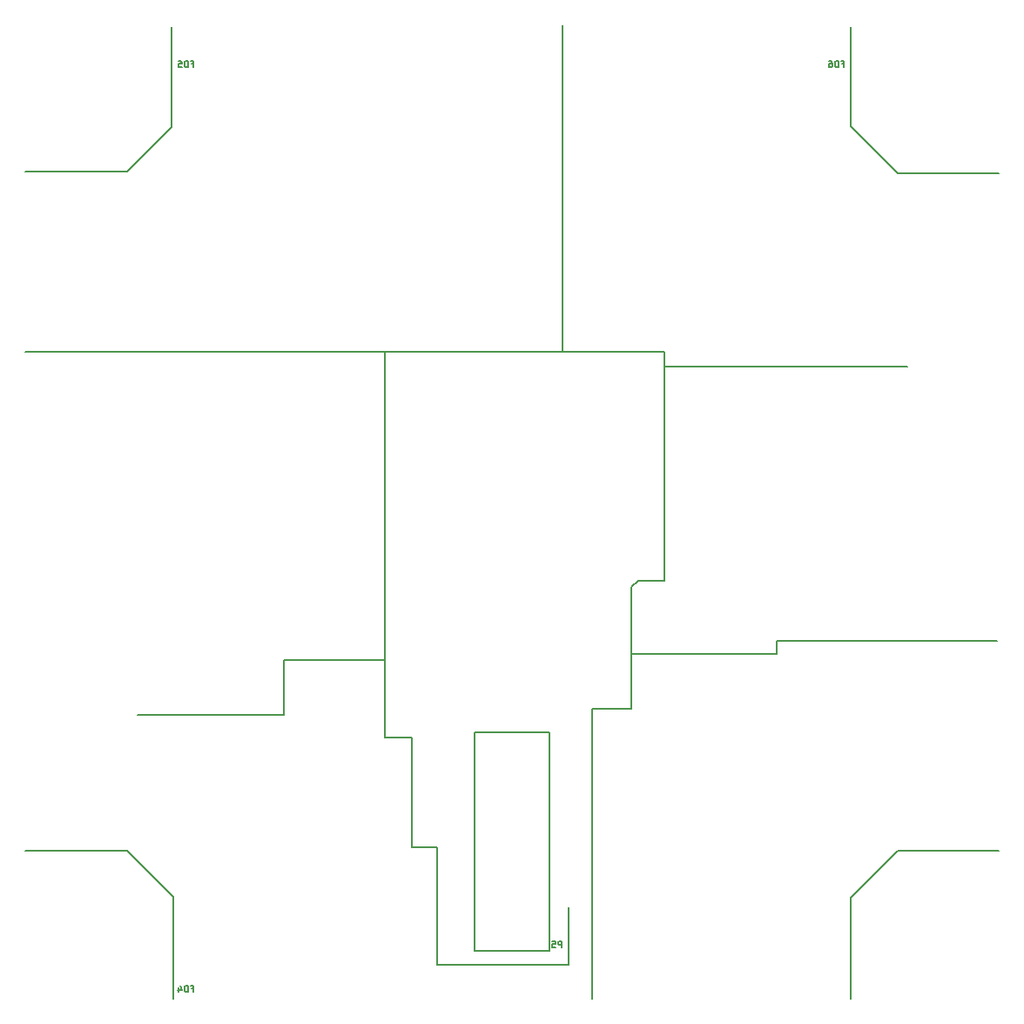
<source format=gbo>
G04 (created by PCBNEW (2013-07-07 BZR 4022)-stable) date 3/26/2016 10:09:36 AM*
%MOIN*%
G04 Gerber Fmt 3.4, Leading zero omitted, Abs format*
%FSLAX34Y34*%
G01*
G70*
G90*
G04 APERTURE LIST*
%ADD10C,0.00590551*%
%ADD11C,0.00787402*%
%ADD12C,0.005*%
G04 APERTURE END LIST*
G54D10*
G54D11*
X43350Y-73000D02*
X39450Y-73000D01*
X45100Y-74750D02*
X43350Y-73000D01*
X45100Y-78650D02*
X45100Y-74750D01*
X71050Y-74800D02*
X71050Y-78650D01*
X72850Y-73000D02*
X71050Y-74800D01*
X76700Y-73000D02*
X72850Y-73000D01*
X72850Y-47050D02*
X76700Y-47050D01*
X71050Y-45250D02*
X72850Y-47050D01*
X71050Y-41450D02*
X71050Y-45250D01*
X43350Y-47000D02*
X39450Y-47000D01*
X45050Y-45300D02*
X43350Y-47000D01*
X45050Y-41450D02*
X45050Y-45300D01*
X49350Y-65700D02*
X53200Y-65700D01*
X49350Y-67800D02*
X49350Y-65700D01*
X43750Y-67800D02*
X49350Y-67800D01*
X68200Y-65450D02*
X62650Y-65450D01*
X68200Y-64950D02*
X68200Y-65450D01*
X76650Y-64950D02*
X68200Y-64950D01*
X60000Y-53850D02*
X60000Y-41400D01*
X39450Y-53900D02*
X63900Y-53900D01*
X53200Y-68650D02*
X53200Y-53900D01*
X54250Y-68650D02*
X53200Y-68650D01*
X54250Y-72850D02*
X54250Y-68650D01*
X55200Y-72850D02*
X54250Y-72850D01*
X55200Y-77350D02*
X55200Y-72850D01*
X60250Y-77350D02*
X55200Y-77350D01*
X60250Y-75150D02*
X60250Y-77350D01*
X61150Y-67550D02*
X61150Y-78650D01*
X62650Y-67550D02*
X61150Y-67550D01*
X62650Y-62900D02*
X62650Y-67550D01*
X62900Y-62650D02*
X62650Y-62900D01*
X63900Y-62650D02*
X62900Y-62650D01*
X63900Y-53900D02*
X63900Y-62650D01*
X73200Y-54450D02*
X63900Y-54450D01*
G54D10*
X56645Y-68451D02*
X59496Y-68451D01*
X56645Y-76829D02*
X59496Y-76829D01*
X59496Y-68451D02*
X59496Y-76829D01*
X56645Y-68451D02*
X56645Y-76829D01*
G54D12*
X59984Y-76701D02*
X59984Y-76451D01*
X59889Y-76451D01*
X59865Y-76463D01*
X59853Y-76475D01*
X59841Y-76498D01*
X59841Y-76534D01*
X59853Y-76558D01*
X59865Y-76570D01*
X59889Y-76582D01*
X59984Y-76582D01*
X59615Y-76451D02*
X59734Y-76451D01*
X59746Y-76570D01*
X59734Y-76558D01*
X59710Y-76546D01*
X59651Y-76546D01*
X59627Y-76558D01*
X59615Y-76570D01*
X59603Y-76594D01*
X59603Y-76653D01*
X59615Y-76677D01*
X59627Y-76689D01*
X59651Y-76701D01*
X59710Y-76701D01*
X59734Y-76689D01*
X59746Y-76677D01*
X45808Y-42871D02*
X45891Y-42871D01*
X45891Y-43002D02*
X45891Y-42752D01*
X45772Y-42752D01*
X45677Y-43002D02*
X45677Y-42752D01*
X45617Y-42752D01*
X45582Y-42764D01*
X45558Y-42788D01*
X45546Y-42811D01*
X45534Y-42859D01*
X45534Y-42895D01*
X45546Y-42942D01*
X45558Y-42966D01*
X45582Y-42990D01*
X45617Y-43002D01*
X45677Y-43002D01*
X45308Y-42752D02*
X45427Y-42752D01*
X45439Y-42871D01*
X45427Y-42859D01*
X45403Y-42847D01*
X45344Y-42847D01*
X45320Y-42859D01*
X45308Y-42871D01*
X45296Y-42895D01*
X45296Y-42954D01*
X45308Y-42978D01*
X45320Y-42990D01*
X45344Y-43002D01*
X45403Y-43002D01*
X45427Y-42990D01*
X45439Y-42978D01*
X45808Y-78271D02*
X45891Y-78271D01*
X45891Y-78402D02*
X45891Y-78152D01*
X45772Y-78152D01*
X45677Y-78402D02*
X45677Y-78152D01*
X45617Y-78152D01*
X45582Y-78164D01*
X45558Y-78188D01*
X45546Y-78211D01*
X45534Y-78259D01*
X45534Y-78295D01*
X45546Y-78342D01*
X45558Y-78366D01*
X45582Y-78390D01*
X45617Y-78402D01*
X45677Y-78402D01*
X45320Y-78235D02*
X45320Y-78402D01*
X45379Y-78140D02*
X45439Y-78319D01*
X45284Y-78319D01*
X70708Y-42871D02*
X70791Y-42871D01*
X70791Y-43002D02*
X70791Y-42752D01*
X70672Y-42752D01*
X70577Y-43002D02*
X70577Y-42752D01*
X70517Y-42752D01*
X70482Y-42764D01*
X70458Y-42788D01*
X70446Y-42811D01*
X70434Y-42859D01*
X70434Y-42895D01*
X70446Y-42942D01*
X70458Y-42966D01*
X70482Y-42990D01*
X70517Y-43002D01*
X70577Y-43002D01*
X70220Y-42752D02*
X70267Y-42752D01*
X70291Y-42764D01*
X70303Y-42776D01*
X70327Y-42811D01*
X70339Y-42859D01*
X70339Y-42954D01*
X70327Y-42978D01*
X70315Y-42990D01*
X70291Y-43002D01*
X70244Y-43002D01*
X70220Y-42990D01*
X70208Y-42978D01*
X70196Y-42954D01*
X70196Y-42895D01*
X70208Y-42871D01*
X70220Y-42859D01*
X70244Y-42847D01*
X70291Y-42847D01*
X70315Y-42859D01*
X70327Y-42871D01*
X70339Y-42895D01*
M02*

</source>
